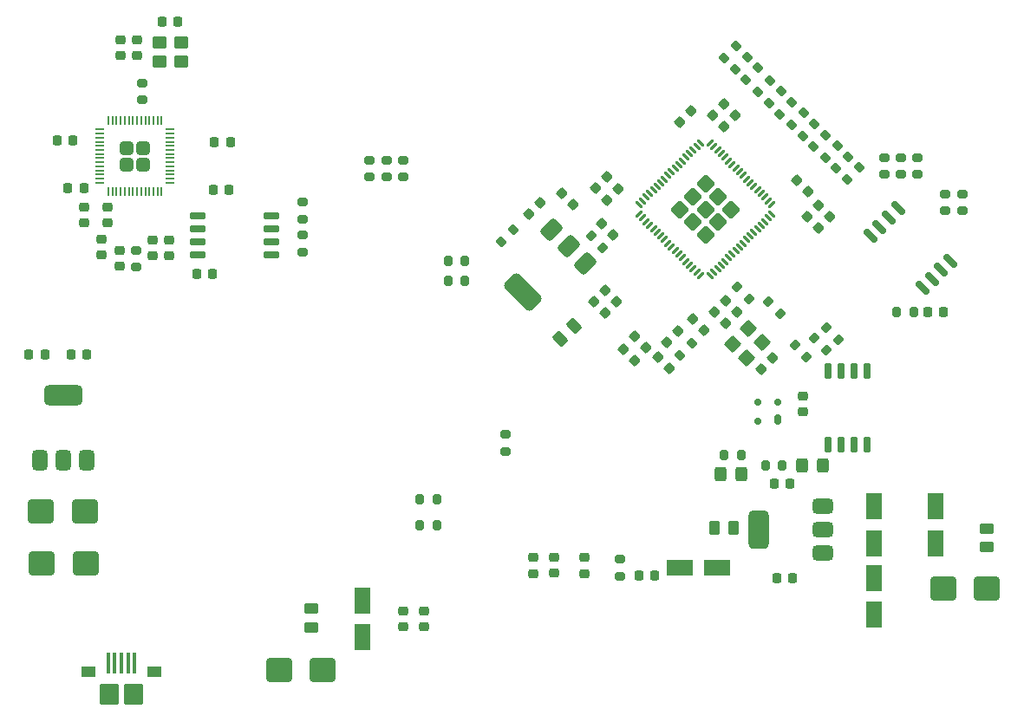
<source format=gbr>
%TF.GenerationSoftware,KiCad,Pcbnew,8.0.5*%
%TF.CreationDate,2025-01-18T12:22:11-08:00*%
%TF.ProjectId,dsp3,64737033-2e6b-4696-9361-645f70636258,rev?*%
%TF.SameCoordinates,Original*%
%TF.FileFunction,Paste,Top*%
%TF.FilePolarity,Positive*%
%FSLAX46Y46*%
G04 Gerber Fmt 4.6, Leading zero omitted, Abs format (unit mm)*
G04 Created by KiCad (PCBNEW 8.0.5) date 2025-01-18 12:22:11*
%MOMM*%
%LPD*%
G01*
G04 APERTURE LIST*
G04 Aperture macros list*
%AMRoundRect*
0 Rectangle with rounded corners*
0 $1 Rounding radius*
0 $2 $3 $4 $5 $6 $7 $8 $9 X,Y pos of 4 corners*
0 Add a 4 corners polygon primitive as box body*
4,1,4,$2,$3,$4,$5,$6,$7,$8,$9,$2,$3,0*
0 Add four circle primitives for the rounded corners*
1,1,$1+$1,$2,$3*
1,1,$1+$1,$4,$5*
1,1,$1+$1,$6,$7*
1,1,$1+$1,$8,$9*
0 Add four rect primitives between the rounded corners*
20,1,$1+$1,$2,$3,$4,$5,0*
20,1,$1+$1,$4,$5,$6,$7,0*
20,1,$1+$1,$6,$7,$8,$9,0*
20,1,$1+$1,$8,$9,$2,$3,0*%
G04 Aperture macros list end*
%ADD10RoundRect,0.200000X0.275000X-0.200000X0.275000X0.200000X-0.275000X0.200000X-0.275000X-0.200000X0*%
%ADD11RoundRect,0.200000X-0.200000X-0.275000X0.200000X-0.275000X0.200000X0.275000X-0.200000X0.275000X0*%
%ADD12RoundRect,0.225000X0.017678X-0.335876X0.335876X-0.017678X-0.017678X0.335876X-0.335876X0.017678X0*%
%ADD13RoundRect,0.175000X0.175000X0.325000X-0.175000X0.325000X-0.175000X-0.325000X0.175000X-0.325000X0*%
%ADD14RoundRect,0.150000X0.200000X0.150000X-0.200000X0.150000X-0.200000X-0.150000X0.200000X-0.150000X0*%
%ADD15RoundRect,0.225000X0.225000X0.250000X-0.225000X0.250000X-0.225000X-0.250000X0.225000X-0.250000X0*%
%ADD16RoundRect,0.225000X-0.225000X-0.250000X0.225000X-0.250000X0.225000X0.250000X-0.225000X0.250000X0*%
%ADD17RoundRect,0.200000X0.053033X-0.335876X0.335876X-0.053033X-0.053033X0.335876X-0.335876X0.053033X0*%
%ADD18RoundRect,0.225000X-0.017678X0.335876X-0.335876X0.017678X0.017678X-0.335876X0.335876X-0.017678X0*%
%ADD19RoundRect,0.225000X-0.250000X0.225000X-0.250000X-0.225000X0.250000X-0.225000X0.250000X0.225000X0*%
%ADD20RoundRect,0.218750X0.256250X-0.218750X0.256250X0.218750X-0.256250X0.218750X-0.256250X-0.218750X0*%
%ADD21RoundRect,0.150000X0.565685X-0.353553X-0.353553X0.565685X-0.565685X0.353553X0.353553X-0.565685X0*%
%ADD22RoundRect,0.200000X-0.335876X-0.053033X-0.053033X-0.335876X0.335876X0.053033X0.053033X0.335876X0*%
%ADD23RoundRect,0.200000X0.200000X0.275000X-0.200000X0.275000X-0.200000X-0.275000X0.200000X-0.275000X0*%
%ADD24RoundRect,0.120000X-0.035355X-0.714178X0.714178X0.035355X0.035355X0.714178X-0.714178X-0.035355X0*%
%ADD25RoundRect,0.225000X0.335876X0.017678X0.017678X0.335876X-0.335876X-0.017678X-0.017678X-0.335876X0*%
%ADD26RoundRect,0.225000X0.250000X-0.225000X0.250000X0.225000X-0.250000X0.225000X-0.250000X-0.225000X0*%
%ADD27RoundRect,0.200000X-0.275000X0.200000X-0.275000X-0.200000X0.275000X-0.200000X0.275000X0.200000X0*%
%ADD28RoundRect,0.250000X0.550000X-1.050000X0.550000X1.050000X-0.550000X1.050000X-0.550000X-1.050000X0*%
%ADD29RoundRect,0.250000X-0.550000X1.050000X-0.550000X-1.050000X0.550000X-1.050000X0.550000X1.050000X0*%
%ADD30RoundRect,0.250000X0.450000X-0.262500X0.450000X0.262500X-0.450000X0.262500X-0.450000X-0.262500X0*%
%ADD31RoundRect,0.250000X-1.000000X-0.900000X1.000000X-0.900000X1.000000X0.900000X-1.000000X0.900000X0*%
%ADD32RoundRect,0.120000X0.530000X0.480000X-0.530000X0.480000X-0.530000X-0.480000X0.530000X-0.480000X0*%
%ADD33RoundRect,0.250000X0.000000X-0.650538X0.650538X0.000000X0.000000X0.650538X-0.650538X0.000000X0*%
%ADD34RoundRect,0.062500X-0.220971X-0.309359X0.309359X0.220971X0.220971X0.309359X-0.309359X-0.220971X0*%
%ADD35RoundRect,0.062500X0.220971X-0.309359X0.309359X-0.220971X-0.220971X0.309359X-0.309359X0.220971X0*%
%ADD36RoundRect,0.250000X0.262500X0.450000X-0.262500X0.450000X-0.262500X-0.450000X0.262500X-0.450000X0*%
%ADD37RoundRect,0.225000X-0.335876X-0.017678X-0.017678X-0.335876X0.335876X0.017678X0.017678X0.335876X0*%
%ADD38RoundRect,0.250000X1.000000X0.900000X-1.000000X0.900000X-1.000000X-0.900000X1.000000X-0.900000X0*%
%ADD39RoundRect,0.150000X0.650000X0.150000X-0.650000X0.150000X-0.650000X-0.150000X0.650000X-0.150000X0*%
%ADD40RoundRect,0.375000X0.176777X0.707107X-0.707107X-0.176777X-0.176777X-0.707107X0.707107X0.176777X0*%
%ADD41RoundRect,0.500000X-0.636396X1.343503X-1.343503X0.636396X0.636396X-1.343503X1.343503X-0.636396X0*%
%ADD42RoundRect,0.200000X0.335876X0.053033X0.053033X0.335876X-0.335876X-0.053033X-0.053033X-0.335876X0*%
%ADD43RoundRect,0.375000X0.625000X0.375000X-0.625000X0.375000X-0.625000X-0.375000X0.625000X-0.375000X0*%
%ADD44RoundRect,0.500000X0.500000X1.400000X-0.500000X1.400000X-0.500000X-1.400000X0.500000X-1.400000X0*%
%ADD45RoundRect,0.375000X0.375000X-0.625000X0.375000X0.625000X-0.375000X0.625000X-0.375000X-0.625000X0*%
%ADD46RoundRect,0.500000X1.400000X-0.500000X1.400000X0.500000X-1.400000X0.500000X-1.400000X-0.500000X0*%
%ADD47RoundRect,0.100000X-0.100000X-0.950000X0.100000X-0.950000X0.100000X0.950000X-0.100000X0.950000X0*%
%ADD48R,1.350000X1.000000*%
%ADD49RoundRect,0.190000X-0.760000X-0.810000X0.760000X-0.810000X0.760000X0.810000X-0.760000X0.810000X0*%
%ADD50RoundRect,0.250000X-0.325000X-0.450000X0.325000X-0.450000X0.325000X0.450000X-0.325000X0.450000X0*%
%ADD51RoundRect,0.249999X0.395001X0.395001X-0.395001X0.395001X-0.395001X-0.395001X0.395001X-0.395001X0*%
%ADD52RoundRect,0.050000X0.387500X0.050000X-0.387500X0.050000X-0.387500X-0.050000X0.387500X-0.050000X0*%
%ADD53RoundRect,0.050000X0.050000X0.387500X-0.050000X0.387500X-0.050000X-0.387500X0.050000X-0.387500X0*%
%ADD54RoundRect,0.200000X-0.053033X0.335876X-0.335876X0.053033X0.053033X-0.335876X0.335876X-0.053033X0*%
%ADD55RoundRect,0.150000X0.150000X-0.650000X0.150000X0.650000X-0.150000X0.650000X-0.150000X-0.650000X0*%
%ADD56RoundRect,0.250000X-1.050000X-0.550000X1.050000X-0.550000X1.050000X0.550000X-1.050000X0.550000X0*%
%ADD57RoundRect,0.218750X-0.256250X0.218750X-0.256250X-0.218750X0.256250X-0.218750X0.256250X0.218750X0*%
%ADD58RoundRect,0.250000X0.132583X-0.503814X0.503814X-0.132583X-0.132583X0.503814X-0.503814X0.132583X0*%
G04 APERTURE END LIST*
D10*
%TO.C,R16*%
X194600000Y-95600000D03*
X194600000Y-93950000D03*
%TD*%
D11*
%TO.C,R24*%
X194175000Y-109000000D03*
X195825000Y-109000000D03*
%TD*%
D10*
%TO.C,R12*%
X196200000Y-95600000D03*
X196200000Y-93950000D03*
%TD*%
D12*
%TO.C,C31*%
X158250000Y-99500000D03*
X159346016Y-98403984D03*
%TD*%
D10*
%TO.C,R26*%
X193000000Y-95600000D03*
X193000000Y-93950000D03*
%TD*%
D13*
%TO.C,U8*%
X182600000Y-119500000D03*
D14*
X182600000Y-117800000D03*
X180600000Y-117800000D03*
X180600000Y-119700000D03*
%TD*%
D15*
%TO.C,C49*%
X124000000Y-80700000D03*
X122450000Y-80700000D03*
%TD*%
D16*
%TO.C,C3*%
X169025000Y-134800000D03*
X170575000Y-134800000D03*
%TD*%
D17*
%TO.C,R10*%
X181693934Y-88627386D03*
X182860660Y-87460660D03*
%TD*%
D18*
%TO.C,C15*%
X165848008Y-95851992D03*
X164751992Y-96948008D03*
%TD*%
D19*
%TO.C,C36*%
X185000000Y-117225000D03*
X185000000Y-118775000D03*
%TD*%
D17*
%TO.C,R14*%
X178400000Y-85300000D03*
X179566726Y-84133274D03*
%TD*%
D19*
%TO.C,C38*%
X160720000Y-133000000D03*
X160720000Y-134550000D03*
%TD*%
D16*
%TO.C,C37*%
X197225000Y-109000000D03*
X198775000Y-109000000D03*
%TD*%
D17*
%TO.C,R2*%
X188272614Y-95006066D03*
X189439340Y-93839340D03*
%TD*%
D11*
%TO.C,R18*%
X147600000Y-129900000D03*
X149250000Y-129900000D03*
%TD*%
D20*
%TO.C,L4*%
X158720000Y-134575002D03*
X158720000Y-133000000D03*
%TD*%
D21*
%TO.C,U2*%
X196698546Y-106692623D03*
X197596572Y-105794597D03*
X198494597Y-104896572D03*
X199392623Y-103998546D03*
X194301454Y-98907377D03*
X193403428Y-99805403D03*
X192505403Y-100703428D03*
X191607377Y-101601454D03*
%TD*%
D17*
%TO.C,R3*%
X189333274Y-96066726D03*
X190500000Y-94900000D03*
%TD*%
D22*
%TO.C,R27*%
X181616637Y-108016637D03*
X182783363Y-109183363D03*
%TD*%
D23*
%TO.C,R30*%
X183000000Y-124000000D03*
X181350000Y-124000000D03*
%TD*%
D24*
%TO.C,U9*%
X179515075Y-113484925D03*
X181000000Y-112000000D03*
X179656497Y-110656497D03*
X178171572Y-112141422D03*
%TD*%
D12*
%TO.C,C23*%
X171750000Y-112000000D03*
X172846016Y-110903984D03*
%TD*%
D16*
%TO.C,C44*%
X127450000Y-97100000D03*
X129000000Y-97100000D03*
%TD*%
D25*
%TO.C,C10*%
X168600000Y-113800000D03*
X167503984Y-112703984D03*
%TD*%
D26*
%TO.C,C55*%
X146000000Y-139775000D03*
X146000000Y-138225000D03*
%TD*%
D27*
%TO.C,R33*%
X136200000Y-98300000D03*
X136200000Y-99950000D03*
%TD*%
D28*
%TO.C,C53*%
X142000000Y-140800000D03*
X142000000Y-137200000D03*
%TD*%
D19*
%TO.C,C48*%
X117100000Y-98800000D03*
X117100000Y-100350000D03*
%TD*%
D29*
%TO.C,C27*%
X192000000Y-135000000D03*
X192000000Y-138600000D03*
%TD*%
D30*
%TO.C,FB4*%
X137000000Y-139825000D03*
X137000000Y-138000000D03*
%TD*%
D31*
%TO.C,D3*%
X198699998Y-136000000D03*
X203000000Y-136000000D03*
%TD*%
D32*
%TO.C,U12*%
X124300000Y-82700000D03*
X122199998Y-82700000D03*
X122199998Y-84600000D03*
X124300000Y-84600000D03*
%TD*%
D33*
%TO.C,U1*%
X172993684Y-99000000D03*
X174245263Y-100251579D03*
X175496842Y-101503158D03*
X174245263Y-97748421D03*
X175496842Y-99000000D03*
X176748421Y-100251579D03*
X175496842Y-96496842D03*
X176748421Y-97748421D03*
X178000000Y-99000000D03*
D34*
X169000298Y-99486136D03*
X169353852Y-99839689D03*
X169707405Y-100193243D03*
X170060959Y-100546796D03*
X170414512Y-100900349D03*
X170768065Y-101253903D03*
X171121619Y-101607456D03*
X171475172Y-101961010D03*
X171828726Y-102314563D03*
X172182279Y-102668116D03*
X172535832Y-103021670D03*
X172889386Y-103375223D03*
X173242939Y-103728777D03*
X173596493Y-104082330D03*
X173950046Y-104435883D03*
X174303599Y-104789437D03*
X174657153Y-105142990D03*
X175010706Y-105496544D03*
D35*
X175982978Y-105496544D03*
X176336531Y-105142990D03*
X176690085Y-104789437D03*
X177043638Y-104435883D03*
X177397191Y-104082330D03*
X177750745Y-103728777D03*
X178104298Y-103375223D03*
X178457852Y-103021670D03*
X178811405Y-102668116D03*
X179164958Y-102314563D03*
X179518512Y-101961010D03*
X179872065Y-101607456D03*
X180225619Y-101253903D03*
X180579172Y-100900349D03*
X180932725Y-100546796D03*
X181286279Y-100193243D03*
X181639832Y-99839689D03*
X181993386Y-99486136D03*
D34*
X181993386Y-98513864D03*
X181639832Y-98160311D03*
X181286279Y-97806757D03*
X180932725Y-97453204D03*
X180579172Y-97099651D03*
X180225619Y-96746097D03*
X179872065Y-96392544D03*
X179518512Y-96038990D03*
X179164958Y-95685437D03*
X178811405Y-95331884D03*
X178457852Y-94978330D03*
X178104298Y-94624777D03*
X177750745Y-94271223D03*
X177397191Y-93917670D03*
X177043638Y-93564117D03*
X176690085Y-93210563D03*
X176336531Y-92857010D03*
X175982978Y-92503456D03*
D35*
X175010706Y-92503456D03*
X174657153Y-92857010D03*
X174303599Y-93210563D03*
X173950046Y-93564117D03*
X173596493Y-93917670D03*
X173242939Y-94271223D03*
X172889386Y-94624777D03*
X172535832Y-94978330D03*
X172182279Y-95331884D03*
X171828726Y-95685437D03*
X171475172Y-96038990D03*
X171121619Y-96392544D03*
X170768065Y-96746097D03*
X170414512Y-97099651D03*
X170060959Y-97453204D03*
X169707405Y-97806757D03*
X169353852Y-98160311D03*
X169000298Y-98513864D03*
%TD*%
D36*
%TO.C,FB2*%
X178225000Y-130100000D03*
X176400000Y-130100000D03*
%TD*%
D37*
%TO.C,C24*%
X170903984Y-113403984D03*
X172000000Y-114500000D03*
%TD*%
D38*
%TO.C,D4*%
X114900002Y-128500000D03*
X110600000Y-128500000D03*
%TD*%
D16*
%TO.C,C28*%
X182450000Y-135000000D03*
X184000000Y-135000000D03*
%TD*%
D10*
%TO.C,R37*%
X146000000Y-95850000D03*
X146000000Y-94200000D03*
%TD*%
D26*
%TO.C,C46*%
X118400000Y-84000000D03*
X118400000Y-82450000D03*
%TD*%
D37*
%TO.C,C17*%
X184403984Y-96203984D03*
X185500000Y-97300000D03*
%TD*%
D39*
%TO.C,U13*%
X133100000Y-103410000D03*
X133100000Y-102140000D03*
X133100000Y-100870000D03*
X133100000Y-99600000D03*
X125900000Y-99600000D03*
X125900000Y-100870000D03*
X125900000Y-102140000D03*
X125900000Y-103410000D03*
%TD*%
D31*
%TO.C,D5*%
X110700000Y-133600000D03*
X115000000Y-133600000D03*
%TD*%
D18*
%TO.C,C5*%
X177496016Y-107903984D03*
X176400000Y-109000000D03*
%TD*%
D40*
%TO.C,Q1*%
X163750000Y-104250000D03*
X162123654Y-102623655D03*
D41*
X157668882Y-107078427D03*
D40*
X160497309Y-100997309D03*
%TD*%
D15*
%TO.C,C33*%
X114800000Y-96900000D03*
X113250000Y-96900000D03*
%TD*%
D23*
%TO.C,R28*%
X152000000Y-106000000D03*
X150350000Y-106000000D03*
%TD*%
D30*
%TO.C,FB1*%
X203000000Y-132000000D03*
X203000000Y-130175000D03*
%TD*%
D10*
%TO.C,R4*%
X200600000Y-99150000D03*
X200600000Y-97500000D03*
%TD*%
D42*
%TO.C,R23*%
X185400000Y-113400000D03*
X184233274Y-112233274D03*
%TD*%
D11*
%TO.C,R19*%
X147600000Y-127360000D03*
X149250000Y-127360000D03*
%TD*%
D17*
%TO.C,R7*%
X186054594Y-92888046D03*
X187221320Y-91721320D03*
%TD*%
D16*
%TO.C,C40*%
X127550000Y-92400000D03*
X129100000Y-92400000D03*
%TD*%
D19*
%TO.C,C41*%
X121500000Y-102000000D03*
X121500000Y-103550000D03*
%TD*%
D16*
%TO.C,C32*%
X109450000Y-113200000D03*
X111000000Y-113200000D03*
%TD*%
D27*
%TO.C,R32*%
X119900000Y-103000000D03*
X119900000Y-104650000D03*
%TD*%
D10*
%TO.C,R34*%
X136200000Y-103150000D03*
X136200000Y-101500000D03*
%TD*%
D19*
%TO.C,C45*%
X123100000Y-102000000D03*
X123100000Y-103550000D03*
%TD*%
D22*
%TO.C,R38*%
X187333274Y-110533274D03*
X188500000Y-111700000D03*
%TD*%
D43*
%TO.C,U5*%
X187000000Y-132600000D03*
X186999999Y-130300000D03*
D44*
X180700001Y-130300000D03*
D43*
X187000000Y-128000000D03*
%TD*%
D27*
%TO.C,R25*%
X156000000Y-121000000D03*
X156000000Y-122650000D03*
%TD*%
D17*
%TO.C,R6*%
X184993934Y-91827386D03*
X186160660Y-90660660D03*
%TD*%
D42*
%TO.C,R40*%
X179783363Y-107783363D03*
X178616637Y-106616637D03*
%TD*%
D12*
%TO.C,C1*%
X180975556Y-114637438D03*
X182071572Y-113541422D03*
%TD*%
D45*
%TO.C,U11*%
X110500000Y-123499999D03*
X112800000Y-123499998D03*
D46*
X112800000Y-117200000D03*
D45*
X115100000Y-123499999D03*
%TD*%
D42*
%TO.C,R22*%
X165500000Y-102750000D03*
X164333274Y-101583274D03*
%TD*%
D17*
%TO.C,R5*%
X183933274Y-90766726D03*
X185100000Y-89600000D03*
%TD*%
D25*
%TO.C,C22*%
X166796016Y-107996016D03*
X165700000Y-106900000D03*
%TD*%
D47*
%TO.C,J14*%
X117175000Y-143350000D03*
X117825000Y-143350000D03*
X118475000Y-143350000D03*
X119125000Y-143350000D03*
X119775000Y-143350000D03*
D48*
X115275000Y-144150000D03*
D49*
X117325000Y-146400000D03*
X119625000Y-146400000D03*
D48*
X121675000Y-144150000D03*
%TD*%
D17*
%TO.C,R11*%
X182754594Y-89688046D03*
X183921320Y-88521320D03*
%TD*%
D19*
%TO.C,R17*%
X118300000Y-103000000D03*
X118300000Y-104550000D03*
%TD*%
D26*
%TO.C,C54*%
X148000000Y-139775000D03*
X148000000Y-138225000D03*
%TD*%
D19*
%TO.C,C47*%
X116500000Y-101900000D03*
X116500000Y-103450000D03*
%TD*%
D27*
%TO.C,R41*%
X120500000Y-86650000D03*
X120500000Y-88300000D03*
%TD*%
D22*
%TO.C,R39*%
X186100000Y-111600000D03*
X187266726Y-112766726D03*
%TD*%
D17*
%TO.C,R9*%
X180633274Y-87566726D03*
X181800000Y-86400000D03*
%TD*%
D15*
%TO.C,C42*%
X113750000Y-92300000D03*
X112200000Y-92300000D03*
%TD*%
D50*
%TO.C,D1*%
X184950002Y-124000000D03*
X187000000Y-124000000D03*
%TD*%
D11*
%TO.C,R31*%
X177350000Y-123000000D03*
X179000000Y-123000000D03*
%TD*%
D10*
%TO.C,R36*%
X144400000Y-95850000D03*
X144400000Y-94200000D03*
%TD*%
D31*
%TO.C,D6*%
X133849999Y-144000000D03*
X138150001Y-144000000D03*
%TD*%
D25*
%TO.C,C51*%
X162548008Y-98548008D03*
X161451992Y-97451992D03*
%TD*%
D17*
%TO.C,R1*%
X187211954Y-93945406D03*
X188378680Y-92778680D03*
%TD*%
D51*
%TO.C,U10*%
X120600000Y-94600000D03*
X120600000Y-93000000D03*
X119000000Y-94600000D03*
X119000000Y-93000000D03*
D52*
X123237500Y-96400000D03*
X123237500Y-95999999D03*
X123237500Y-95600000D03*
X123237500Y-95200000D03*
X123237500Y-94800000D03*
X123237500Y-94400001D03*
X123237500Y-94000000D03*
X123237500Y-93600000D03*
X123237500Y-93199999D03*
X123237500Y-92800000D03*
X123237500Y-92400000D03*
X123237500Y-92000000D03*
X123237500Y-91600001D03*
X123237500Y-91200000D03*
D53*
X122400000Y-90362500D03*
X121999999Y-90362500D03*
X121600000Y-90362500D03*
X121200000Y-90362500D03*
X120800000Y-90362500D03*
X120400001Y-90362500D03*
X120000000Y-90362500D03*
X119600000Y-90362500D03*
X119199999Y-90362500D03*
X118800000Y-90362500D03*
X118400000Y-90362500D03*
X118000000Y-90362500D03*
X117600001Y-90362500D03*
X117200000Y-90362500D03*
D52*
X116362500Y-91200000D03*
X116362500Y-91600001D03*
X116362500Y-92000000D03*
X116362500Y-92400000D03*
X116362500Y-92800000D03*
X116362500Y-93199999D03*
X116362500Y-93600000D03*
X116362500Y-94000000D03*
X116362500Y-94400001D03*
X116362500Y-94800000D03*
X116362500Y-95200000D03*
X116362500Y-95600000D03*
X116362500Y-95999999D03*
X116362500Y-96400000D03*
D53*
X117200000Y-97237500D03*
X117600001Y-97237500D03*
X118000000Y-97237500D03*
X118400000Y-97237500D03*
X118800000Y-97237500D03*
X119199999Y-97237500D03*
X119600000Y-97237500D03*
X120000000Y-97237500D03*
X120400001Y-97237500D03*
X120800000Y-97237500D03*
X121200000Y-97237500D03*
X121600000Y-97237500D03*
X121999999Y-97237500D03*
X122400000Y-97237500D03*
%TD*%
D54*
%TO.C,R21*%
X174166726Y-112083274D03*
X173000000Y-113250000D03*
%TD*%
D28*
%TO.C,C26*%
X198000000Y-131600000D03*
X198000000Y-128000000D03*
%TD*%
D55*
%TO.C,U6*%
X187460000Y-122000000D03*
X188730000Y-122000000D03*
X190000000Y-122000000D03*
X191270000Y-122000000D03*
X191270000Y-114800000D03*
X190000000Y-114800000D03*
X188730000Y-114800000D03*
X187460000Y-114800000D03*
%TD*%
D56*
%TO.C,C2*%
X173000000Y-134000000D03*
X176600000Y-134000000D03*
%TD*%
D10*
%TO.C,R35*%
X142700000Y-95850000D03*
X142700000Y-94200000D03*
%TD*%
D16*
%TO.C,C29*%
X182225000Y-125800000D03*
X183775000Y-125800000D03*
%TD*%
D12*
%TO.C,C9*%
X186548008Y-100851992D03*
X187644024Y-99755976D03*
%TD*%
D57*
%TO.C,L3*%
X163720000Y-133000000D03*
X163720000Y-134575002D03*
%TD*%
D58*
%TO.C,FB3*%
X161354765Y-111645235D03*
X162645235Y-110354765D03*
%TD*%
D25*
%TO.C,C12*%
X178400000Y-89800000D03*
X177303984Y-88703984D03*
%TD*%
D50*
%TO.C,D2*%
X176950002Y-124875001D03*
X179000000Y-124875001D03*
%TD*%
D18*
%TO.C,C6*%
X178596016Y-109003984D03*
X177500000Y-110100000D03*
%TD*%
D17*
%TO.C,R13*%
X177339340Y-84239340D03*
X178506066Y-83072614D03*
%TD*%
D18*
%TO.C,C14*%
X167000000Y-97000000D03*
X165903984Y-98096016D03*
%TD*%
D19*
%TO.C,C39*%
X114800000Y-98800000D03*
X114800000Y-100350000D03*
%TD*%
D12*
%TO.C,C8*%
X185451992Y-99748008D03*
X186548008Y-98651992D03*
%TD*%
D27*
%TO.C,R20*%
X167160000Y-133175000D03*
X167160000Y-134825000D03*
%TD*%
D16*
%TO.C,C4*%
X113550000Y-113200000D03*
X115100000Y-113200000D03*
%TD*%
%TO.C,C50*%
X125850000Y-105300000D03*
X127400000Y-105300000D03*
%TD*%
D17*
%TO.C,R42*%
X155583274Y-102166726D03*
X156750000Y-101000000D03*
%TD*%
D10*
%TO.C,R8*%
X198900000Y-99150000D03*
X198900000Y-97500000D03*
%TD*%
D26*
%TO.C,C43*%
X120000000Y-84000000D03*
X120000000Y-82450000D03*
%TD*%
D25*
%TO.C,C11*%
X177300000Y-90900000D03*
X176203984Y-89803984D03*
%TD*%
%TO.C,C21*%
X165700000Y-109100000D03*
X164603984Y-108003984D03*
%TD*%
D23*
%TO.C,R29*%
X152000000Y-104000000D03*
X150350000Y-104000000D03*
%TD*%
D28*
%TO.C,C25*%
X192000000Y-131600000D03*
X192000000Y-128000000D03*
%TD*%
D17*
%TO.C,R15*%
X179460660Y-86360660D03*
X180627386Y-85193934D03*
%TD*%
D25*
%TO.C,C20*%
X175348008Y-110848008D03*
X174251992Y-109751992D03*
%TD*%
D12*
%TO.C,C18*%
X173000000Y-90500000D03*
X174096016Y-89403984D03*
%TD*%
D25*
%TO.C,C7*%
X169700000Y-112500000D03*
X168603984Y-111403984D03*
%TD*%
%TO.C,C19*%
X166500000Y-101500000D03*
X165403984Y-100403984D03*
%TD*%
M02*

</source>
